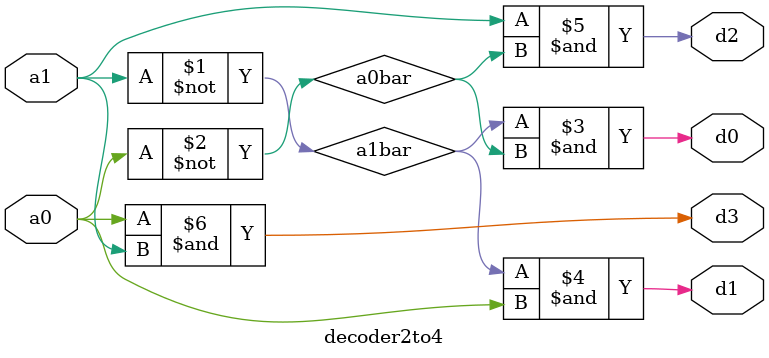
<source format=v>

module decoder2to4(a0,a1,d0,d1,d2,d3);
input a0, a1;
output d0,d1,d2,d3;
assign a1bar=~a1;
assign a0bar=~a0;
assign d0=a1bar & a0bar;
assign d1=a1bar & a0;
assign d2=a1 & a0bar;
assign d3=a0 & a1;
endmodule

</source>
